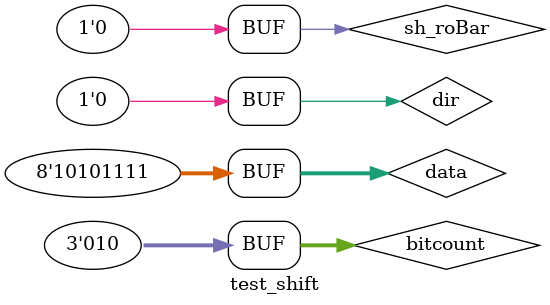
<source format=v>
module BarrelShifter (input [7:0] data,input [2:0] bitcount, input dir, sh_roBar,
											output reg [7:0] out, output reg c, z );
			reg [15:0] tmp;
			always@(data,bitcount,dir, sh_roBar)begin 
				//R => 1 , L =>0
				out = data; c = 0;
				if(bitcount >0) begin
					if(dir)begin // Right 
						if(sh_roBar)begin
							out = data >> bitcount;
							c = data[bitcount - 3'b1];
						end
						else begin
							tmp = {data,data};
							out = tmp[bitcount +: 8];
							c = data[bitcount - 3'b1];
							//out = {data[bitcount-3'b1 +:bitcount],tmp[4'd8-bitcount +:bitcount]};
						end
					end
					else begin // Left
						if(sh_roBar)begin
							out = data << bitcount;
							c = data[4'd8 - bitcount];
						end
						else begin
							tmp = {data,data};
							out =  tmp[4'd15 - bitcount -: 8];
							c = data[4'd8 - bitcount];
							//out = {tmp[3'd7 +: 4'd8-bitcount],data[3'd7 +:bitcount]};
						end
					end
				end
		
				z = (out == 0);
			end
endmodule

module test_shift();
	reg [7:0] data; 
	reg [2:0] bitcount;
	reg dir, sh_roBar;
	wire [7:0] out;
	wire c, z;
	BarrelShifter bs(data, bitcount,  dir, sh_roBar, out, c, z );
	
	initial begin 
	data = 8'b10101111; bitcount = 1'b0; dir = 1'b1; sh_roBar = 1'b1;
	#10 	bitcount = 3'd1;
	#10 bitcount = 3'd2;
	#100 sh_roBar = 1'b0; bitcount = 3'd1;
	#10 bitcount = 3'd2;
	#100 bitcount = 3'd1; dir = 1'b0; sh_roBar = 1'b1;
	#10 bitcount = 3'd2;
	#100 bitcount = 3'd1; sh_roBar = 1'b0;
	#10 bitcount = 3'd2;
	#10;
	end

endmodule
</source>
